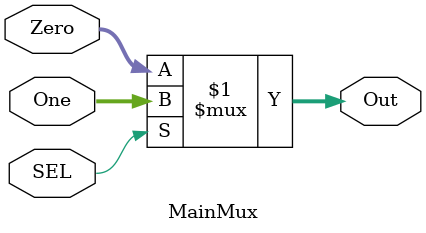
<source format=v>
`timescale 1ns / 1ps
module MainMux#(parameter W=32)
					(input SEL,
					input [W-1:0] One,
					input [W-1:0] Zero,
					output [W-1:0] Out);

			assign Out = SEL ? One: Zero;


endmodule

</source>
